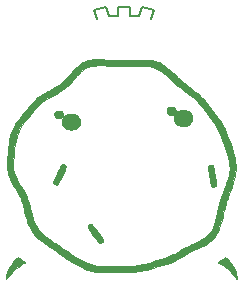
<source format=gbo>
G04 #@! TF.FileFunction,Legend,Bot*
%FSLAX46Y46*%
G04 Gerber Fmt 4.6, Leading zero omitted, Abs format (unit mm)*
G04 Created by KiCad (PCBNEW 4.0.6-e0-6349~53~ubuntu16.04.1) date Sun Nov  5 22:25:15 2017*
%MOMM*%
%LPD*%
G01*
G04 APERTURE LIST*
%ADD10C,0.100000*%
%ADD11C,0.200000*%
%ADD12C,0.010000*%
G04 APERTURE END LIST*
D10*
D11*
X48992244Y-33230852D02*
X49246243Y-32468853D01*
X49246243Y-32468853D02*
X48230243Y-32214852D01*
X48230243Y-32214852D02*
X47976244Y-32976852D01*
X47976244Y-32976852D02*
X47214243Y-32976853D01*
X47214243Y-32976853D02*
X47214244Y-32214852D01*
X47214244Y-32214852D02*
X46198243Y-32214852D01*
X46198243Y-32214852D02*
X46198243Y-32976852D01*
X46198243Y-32976852D02*
X45436243Y-32976853D01*
X45436243Y-32976853D02*
X45182244Y-32214852D01*
X45182244Y-32214852D02*
X44166243Y-32468852D01*
X44166243Y-32468852D02*
X44420244Y-33230852D01*
D12*
G36*
X55220691Y-53383275D02*
X55151093Y-53423627D01*
X55058461Y-53482071D01*
X54953406Y-53551396D01*
X54846540Y-53624393D01*
X54748475Y-53693853D01*
X54669822Y-53752568D01*
X54621193Y-53793328D01*
X54610691Y-53807052D01*
X54634285Y-53834179D01*
X54693908Y-53865320D01*
X54715833Y-53873628D01*
X54871602Y-53945283D01*
X55050544Y-54056741D01*
X55244378Y-54200935D01*
X55444822Y-54370802D01*
X55643595Y-54559274D01*
X55832417Y-54759286D01*
X56003006Y-54963774D01*
X56021111Y-54987298D01*
X56119297Y-55111652D01*
X56189978Y-55189740D01*
X56235868Y-55222974D01*
X56259675Y-55212762D01*
X56264113Y-55160517D01*
X56258800Y-55110944D01*
X56179430Y-54749466D01*
X56045114Y-54393951D01*
X55857306Y-54048083D01*
X55811945Y-53978128D01*
X55740320Y-53878368D01*
X55652981Y-53768120D01*
X55557987Y-53656235D01*
X55463400Y-53551566D01*
X55377280Y-53462968D01*
X55307686Y-53399291D01*
X55262680Y-53369391D01*
X55256642Y-53368222D01*
X55220691Y-53383275D01*
X55220691Y-53383275D01*
G37*
X55220691Y-53383275D02*
X55151093Y-53423627D01*
X55058461Y-53482071D01*
X54953406Y-53551396D01*
X54846540Y-53624393D01*
X54748475Y-53693853D01*
X54669822Y-53752568D01*
X54621193Y-53793328D01*
X54610691Y-53807052D01*
X54634285Y-53834179D01*
X54693908Y-53865320D01*
X54715833Y-53873628D01*
X54871602Y-53945283D01*
X55050544Y-54056741D01*
X55244378Y-54200935D01*
X55444822Y-54370802D01*
X55643595Y-54559274D01*
X55832417Y-54759286D01*
X56003006Y-54963774D01*
X56021111Y-54987298D01*
X56119297Y-55111652D01*
X56189978Y-55189740D01*
X56235868Y-55222974D01*
X56259675Y-55212762D01*
X56264113Y-55160517D01*
X56258800Y-55110944D01*
X56179430Y-54749466D01*
X56045114Y-54393951D01*
X55857306Y-54048083D01*
X55811945Y-53978128D01*
X55740320Y-53878368D01*
X55652981Y-53768120D01*
X55557987Y-53656235D01*
X55463400Y-53551566D01*
X55377280Y-53462968D01*
X55307686Y-53399291D01*
X55262680Y-53369391D01*
X55256642Y-53368222D01*
X55220691Y-53383275D01*
G36*
X37627850Y-53399579D02*
X37564106Y-53439620D01*
X37489947Y-53514545D01*
X37400126Y-53617880D01*
X37150795Y-53939557D01*
X36950094Y-54267517D01*
X36800091Y-54597582D01*
X36702852Y-54925575D01*
X36675301Y-55082722D01*
X36668537Y-55179024D01*
X36681705Y-55224774D01*
X36715943Y-55219881D01*
X36772391Y-55164256D01*
X36844111Y-55069341D01*
X36903763Y-54992441D01*
X36993183Y-54886993D01*
X37102296Y-54764432D01*
X37221031Y-54636195D01*
X37280620Y-54573769D01*
X37469817Y-54388348D01*
X37659882Y-54221684D01*
X37842971Y-54079671D01*
X38011240Y-53968207D01*
X38156843Y-53893188D01*
X38213171Y-53872803D01*
X38282813Y-53845217D01*
X38321936Y-53816661D01*
X38325086Y-53808255D01*
X38302505Y-53782111D01*
X38241160Y-53732216D01*
X38149842Y-53665228D01*
X38037339Y-53587807D01*
X38010709Y-53570095D01*
X37872608Y-53479680D01*
X37770499Y-53420517D01*
X37692780Y-53393514D01*
X37627850Y-53399579D01*
X37627850Y-53399579D01*
G37*
X37627850Y-53399579D02*
X37564106Y-53439620D01*
X37489947Y-53514545D01*
X37400126Y-53617880D01*
X37150795Y-53939557D01*
X36950094Y-54267517D01*
X36800091Y-54597582D01*
X36702852Y-54925575D01*
X36675301Y-55082722D01*
X36668537Y-55179024D01*
X36681705Y-55224774D01*
X36715943Y-55219881D01*
X36772391Y-55164256D01*
X36844111Y-55069341D01*
X36903763Y-54992441D01*
X36993183Y-54886993D01*
X37102296Y-54764432D01*
X37221031Y-54636195D01*
X37280620Y-54573769D01*
X37469817Y-54388348D01*
X37659882Y-54221684D01*
X37842971Y-54079671D01*
X38011240Y-53968207D01*
X38156843Y-53893188D01*
X38213171Y-53872803D01*
X38282813Y-53845217D01*
X38321936Y-53816661D01*
X38325086Y-53808255D01*
X38302505Y-53782111D01*
X38241160Y-53732216D01*
X38149842Y-53665228D01*
X38037339Y-53587807D01*
X38010709Y-53570095D01*
X37872608Y-53479680D01*
X37770499Y-53420517D01*
X37692780Y-53393514D01*
X37627850Y-53399579D01*
G36*
X44343201Y-36611518D02*
X44206228Y-36619044D01*
X44088677Y-36630361D01*
X43839813Y-36664993D01*
X43617373Y-36710028D01*
X43414876Y-36769508D01*
X43225839Y-36847477D01*
X43043782Y-36947978D01*
X42862221Y-37075055D01*
X42674677Y-37232751D01*
X42474665Y-37425110D01*
X42255706Y-37656174D01*
X42018512Y-37921763D01*
X41840468Y-38123306D01*
X41685044Y-38293209D01*
X41544131Y-38437734D01*
X41409621Y-38563147D01*
X41273406Y-38675713D01*
X41127377Y-38781697D01*
X40963426Y-38887362D01*
X40773445Y-38998974D01*
X40549326Y-39122797D01*
X40282960Y-39265096D01*
X40273111Y-39270309D01*
X39979516Y-39429695D01*
X39731023Y-39574399D01*
X39520099Y-39710121D01*
X39339207Y-39842560D01*
X39180814Y-39977412D01*
X39037384Y-40120378D01*
X38901383Y-40277154D01*
X38840655Y-40353656D01*
X38759234Y-40456837D01*
X38651631Y-40590515D01*
X38528108Y-40742085D01*
X38398926Y-40898943D01*
X38297369Y-41021000D01*
X38065518Y-41301365D01*
X37868688Y-41547260D01*
X37702855Y-41764980D01*
X37563999Y-41960817D01*
X37448096Y-42141065D01*
X37351125Y-42312018D01*
X37269062Y-42479968D01*
X37197885Y-42651209D01*
X37133572Y-42832034D01*
X37126901Y-42852299D01*
X37043347Y-43137155D01*
X36972827Y-43443194D01*
X36914311Y-43777305D01*
X36866764Y-44146374D01*
X36829155Y-44557292D01*
X36800450Y-45016947D01*
X36799479Y-45036301D01*
X36785402Y-45370460D01*
X36780637Y-45658138D01*
X36787608Y-45908873D01*
X36808743Y-46132207D01*
X36846464Y-46337679D01*
X36903198Y-46534831D01*
X36981370Y-46733202D01*
X37083405Y-46942333D01*
X37211729Y-47171765D01*
X37368765Y-47431037D01*
X37435285Y-47537480D01*
X37574995Y-47760583D01*
X37690218Y-47948485D01*
X37784934Y-48110673D01*
X37863119Y-48256634D01*
X37928750Y-48395855D01*
X37985805Y-48537823D01*
X38038261Y-48692024D01*
X38090095Y-48867946D01*
X38145285Y-49075075D01*
X38207808Y-49322898D01*
X38242577Y-49463072D01*
X38316163Y-49755012D01*
X38381322Y-50000291D01*
X38440916Y-50207552D01*
X38497807Y-50385436D01*
X38554859Y-50542587D01*
X38614935Y-50687648D01*
X38680896Y-50829259D01*
X38722809Y-50912889D01*
X38847469Y-51134755D01*
X38988095Y-51340959D01*
X39150460Y-51537164D01*
X39340335Y-51729033D01*
X39563493Y-51922228D01*
X39825705Y-52122413D01*
X40132744Y-52335250D01*
X40254069Y-52415216D01*
X40446555Y-52542222D01*
X40667370Y-52690487D01*
X40899118Y-52848172D01*
X41124409Y-53003434D01*
X41325847Y-53144435D01*
X41340624Y-53154895D01*
X41517557Y-53279565D01*
X41699132Y-53406263D01*
X41873772Y-53526999D01*
X42029899Y-53633784D01*
X42155936Y-53718628D01*
X42192222Y-53742595D01*
X42412997Y-53878700D01*
X42660096Y-54016446D01*
X42918578Y-54148462D01*
X43173505Y-54267380D01*
X43409938Y-54365828D01*
X43574514Y-54424507D01*
X43746896Y-54477318D01*
X43914788Y-54522668D01*
X44083463Y-54560907D01*
X44258193Y-54592387D01*
X44444253Y-54617461D01*
X44646915Y-54636480D01*
X44871451Y-54649796D01*
X45123135Y-54657759D01*
X45407240Y-54660723D01*
X45729039Y-54659039D01*
X46093804Y-54653057D01*
X46506809Y-54643131D01*
X46750111Y-54636302D01*
X47062626Y-54625247D01*
X47342180Y-54610336D01*
X47598123Y-54589896D01*
X47839802Y-54562254D01*
X48076567Y-54525738D01*
X48317766Y-54478672D01*
X48572747Y-54419385D01*
X48850860Y-54346203D01*
X49161452Y-54257453D01*
X49513873Y-54151462D01*
X49590742Y-54127880D01*
X49949466Y-54015879D01*
X50260152Y-53914824D01*
X50529510Y-53821912D01*
X50764247Y-53734343D01*
X50971072Y-53649314D01*
X51156692Y-53564024D01*
X51327817Y-53475671D01*
X51491153Y-53381454D01*
X51653409Y-53278572D01*
X51702193Y-53246060D01*
X51828820Y-53162481D01*
X51947238Y-53088666D01*
X52067155Y-53019498D01*
X52198280Y-52949864D01*
X52350320Y-52874648D01*
X52532985Y-52788734D01*
X52755983Y-52687009D01*
X52806669Y-52664139D01*
X53090351Y-52533947D01*
X53328355Y-52418855D01*
X53527972Y-52314455D01*
X53696489Y-52216341D01*
X53841197Y-52120107D01*
X53969384Y-52021344D01*
X54088341Y-51915648D01*
X54158444Y-51846940D01*
X54264954Y-51733296D01*
X54366755Y-51614305D01*
X54450799Y-51505774D01*
X54495939Y-51438031D01*
X54614607Y-51206544D01*
X54728762Y-50926052D01*
X54835730Y-50603963D01*
X54932838Y-50247685D01*
X54947837Y-50185669D01*
X55021446Y-49875556D01*
X55083909Y-49613006D01*
X55137432Y-49390740D01*
X55184221Y-49201478D01*
X55226479Y-49037940D01*
X55266412Y-48892848D01*
X55306226Y-48758921D01*
X55348126Y-48628880D01*
X55394316Y-48495446D01*
X55447002Y-48351338D01*
X55508389Y-48189278D01*
X55580682Y-48001985D01*
X55666086Y-47782181D01*
X55710699Y-47667333D01*
X55837370Y-47327835D01*
X55937777Y-47027361D01*
X56014299Y-46756297D01*
X56069311Y-46505028D01*
X56105191Y-46263939D01*
X56124316Y-46023417D01*
X56125835Y-45988111D01*
X56128230Y-45844516D01*
X55609426Y-45844516D01*
X55609415Y-45847000D01*
X55607458Y-46021486D01*
X55602184Y-46156665D01*
X55591514Y-46269657D01*
X55573370Y-46377588D01*
X55545675Y-46497577D01*
X55517296Y-46606119D01*
X55473466Y-46756212D01*
X55414688Y-46938668D01*
X55347627Y-47133710D01*
X55278953Y-47321561D01*
X55255660Y-47382230D01*
X55141207Y-47676546D01*
X55044917Y-47926596D01*
X54964183Y-48140600D01*
X54896398Y-48326776D01*
X54838956Y-48493343D01*
X54789251Y-48648521D01*
X54744675Y-48800528D01*
X54702623Y-48957584D01*
X54660488Y-49127907D01*
X54615663Y-49319716D01*
X54565542Y-49541231D01*
X54552463Y-49599604D01*
X54462008Y-49987322D01*
X54373641Y-50324451D01*
X54283292Y-50616511D01*
X54186887Y-50869019D01*
X54080356Y-51087495D01*
X53959626Y-51277457D01*
X53820626Y-51444425D01*
X53659284Y-51593916D01*
X53471527Y-51731449D01*
X53253285Y-51862543D01*
X53000486Y-51992717D01*
X52709057Y-52127490D01*
X52676777Y-52141811D01*
X52393308Y-52269189D01*
X52152791Y-52382109D01*
X51945260Y-52485751D01*
X51760751Y-52585298D01*
X51589297Y-52685931D01*
X51420933Y-52792831D01*
X51406777Y-52802154D01*
X51254974Y-52900150D01*
X51111671Y-52986955D01*
X50969947Y-53065450D01*
X50822881Y-53138517D01*
X50663552Y-53209038D01*
X50485041Y-53279895D01*
X50280426Y-53353970D01*
X50042787Y-53434146D01*
X49765203Y-53523303D01*
X49440753Y-53624324D01*
X49408826Y-53634155D01*
X49057618Y-53740811D01*
X48750422Y-53830303D01*
X48478030Y-53904266D01*
X48231232Y-53964336D01*
X48000820Y-54012150D01*
X47777584Y-54049341D01*
X47552315Y-54077546D01*
X47315805Y-54098400D01*
X47058843Y-54113539D01*
X46772221Y-54124599D01*
X46623111Y-54128893D01*
X46275910Y-54137765D01*
X45979059Y-54144534D01*
X45726506Y-54149204D01*
X45512194Y-54151777D01*
X45330071Y-54152256D01*
X45174081Y-54150645D01*
X45038170Y-54146946D01*
X44916284Y-54141162D01*
X44802369Y-54133297D01*
X44760444Y-54129809D01*
X44425533Y-54092138D01*
X44126465Y-54037973D01*
X43844261Y-53962126D01*
X43559945Y-53859409D01*
X43254538Y-53724634D01*
X43222333Y-53709301D01*
X43032721Y-53615223D01*
X42850404Y-53517187D01*
X42666216Y-53409503D01*
X42470991Y-53286481D01*
X42255565Y-53142432D01*
X42010771Y-52971665D01*
X41854532Y-52860154D01*
X41671789Y-52730859D01*
X41458232Y-52582945D01*
X41230771Y-52427928D01*
X41006320Y-52277323D01*
X40801789Y-52142648D01*
X40781760Y-52129642D01*
X40471966Y-51925314D01*
X40207185Y-51742236D01*
X39982324Y-51575667D01*
X39792291Y-51420865D01*
X39631995Y-51273091D01*
X39496342Y-51127604D01*
X39380242Y-50979662D01*
X39278601Y-50824526D01*
X39186327Y-50657453D01*
X39173744Y-50632597D01*
X39112301Y-50504846D01*
X39057110Y-50377197D01*
X39005358Y-50241006D01*
X38954233Y-50087625D01*
X38900924Y-49908411D01*
X38842617Y-49694716D01*
X38776500Y-49437894D01*
X38747412Y-49321854D01*
X38674753Y-49033007D01*
X38611119Y-48789862D01*
X38552658Y-48583164D01*
X38495519Y-48403660D01*
X38435848Y-48242093D01*
X38369794Y-48089212D01*
X38293503Y-47935760D01*
X38203125Y-47772485D01*
X38094806Y-47590131D01*
X37964694Y-47379444D01*
X37887593Y-47256333D01*
X37730229Y-47000858D01*
X37603264Y-46782709D01*
X37503209Y-46594071D01*
X37426577Y-46427132D01*
X37369877Y-46274078D01*
X37329621Y-46127096D01*
X37302320Y-45978372D01*
X37296062Y-45931666D01*
X37291227Y-45847957D01*
X37290593Y-45717769D01*
X37293690Y-45550876D01*
X37300046Y-45357049D01*
X37309190Y-45146061D01*
X37320652Y-44927685D01*
X37333960Y-44711693D01*
X37348643Y-44507857D01*
X37364231Y-44325950D01*
X37380251Y-44175745D01*
X37380989Y-44169769D01*
X37435925Y-43800188D01*
X37505053Y-43454405D01*
X37586258Y-43140663D01*
X37677428Y-42867209D01*
X37768496Y-42657889D01*
X37886339Y-42447192D01*
X38040269Y-42212788D01*
X38232917Y-41950924D01*
X38466914Y-41657843D01*
X38481844Y-41639766D01*
X38610675Y-41483240D01*
X38749546Y-41313159D01*
X38885230Y-41145810D01*
X39004498Y-40997480D01*
X39053210Y-40936333D01*
X39220273Y-40730383D01*
X39371441Y-40556611D01*
X39515937Y-40407560D01*
X39662982Y-40275776D01*
X39821800Y-40153802D01*
X40001613Y-40034183D01*
X40211643Y-39909462D01*
X40461113Y-39772185D01*
X40555333Y-39721974D01*
X40723925Y-39631725D01*
X40894711Y-39538676D01*
X41053644Y-39450592D01*
X41186675Y-39375241D01*
X41258470Y-39333267D01*
X41371373Y-39260616D01*
X41500998Y-39169065D01*
X41636684Y-39067064D01*
X41767768Y-38963064D01*
X41883586Y-38865516D01*
X41973476Y-38782872D01*
X42025543Y-38725310D01*
X42069772Y-38669743D01*
X42145037Y-38581149D01*
X42243894Y-38467795D01*
X42358898Y-38337947D01*
X42482604Y-38199871D01*
X42607567Y-38061835D01*
X42726342Y-37932105D01*
X42831485Y-37818947D01*
X42915549Y-37730629D01*
X42971007Y-37675495D01*
X43189715Y-37492724D01*
X43405634Y-37355607D01*
X43633340Y-37256088D01*
X43836004Y-37197610D01*
X44143481Y-37145150D01*
X44489875Y-37121925D01*
X44865519Y-37128433D01*
X45000333Y-37137682D01*
X45321287Y-37163344D01*
X45595651Y-37183889D01*
X45833028Y-37199507D01*
X46043022Y-37210394D01*
X46235235Y-37216741D01*
X46419272Y-37218741D01*
X46604735Y-37216589D01*
X46801229Y-37210477D01*
X47018357Y-37200597D01*
X47265722Y-37187144D01*
X47316260Y-37184238D01*
X47640903Y-37166760D01*
X47916703Y-37155105D01*
X48150981Y-37149461D01*
X48351057Y-37150015D01*
X48524252Y-37156955D01*
X48677886Y-37170467D01*
X48819278Y-37190738D01*
X48955749Y-37217956D01*
X48995441Y-37227173D01*
X49164974Y-37273503D01*
X49324750Y-37330945D01*
X49480887Y-37403612D01*
X49639502Y-37495615D01*
X49806715Y-37611065D01*
X49988643Y-37754074D01*
X50191404Y-37928755D01*
X50421116Y-38139217D01*
X50588333Y-38297684D01*
X50851459Y-38543097D01*
X51106688Y-38766643D01*
X51372767Y-38984141D01*
X51668442Y-39211412D01*
X51691628Y-39228765D01*
X52027175Y-39483320D01*
X52316949Y-39711494D01*
X52563747Y-39915654D01*
X52770368Y-40098171D01*
X52939611Y-40261413D01*
X53046091Y-40375321D01*
X53129377Y-40473367D01*
X53239561Y-40608901D01*
X53370382Y-40773733D01*
X53515580Y-40959673D01*
X53668894Y-41158531D01*
X53824063Y-41362118D01*
X53974827Y-41562242D01*
X54114924Y-41750716D01*
X54238094Y-41919347D01*
X54338076Y-42059948D01*
X54375662Y-42114585D01*
X54487682Y-42284779D01*
X54583731Y-42443163D01*
X54669096Y-42600821D01*
X54749067Y-42768836D01*
X54828930Y-42958289D01*
X54913976Y-43180264D01*
X55005545Y-43434648D01*
X55131026Y-43792317D01*
X55238152Y-44102734D01*
X55328330Y-44371519D01*
X55402968Y-44604293D01*
X55463471Y-44806676D01*
X55511248Y-44984289D01*
X55547704Y-45142751D01*
X55574248Y-45287683D01*
X55592285Y-45424705D01*
X55603222Y-45559437D01*
X55608467Y-45697501D01*
X55609426Y-45844516D01*
X56128230Y-45844516D01*
X56129127Y-45790750D01*
X56122731Y-45594199D01*
X56105415Y-45393512D01*
X56075947Y-45183746D01*
X56033096Y-44959956D01*
X55975630Y-44717198D01*
X55902316Y-44450528D01*
X55811923Y-44155002D01*
X55703219Y-43825675D01*
X55574972Y-43457603D01*
X55425950Y-43045843D01*
X55324197Y-42770777D01*
X55236535Y-42556026D01*
X55131450Y-42338659D01*
X55004877Y-42112055D01*
X54852748Y-41869591D01*
X54670995Y-41604645D01*
X54455552Y-41310595D01*
X54310224Y-41119777D01*
X54186728Y-40959373D01*
X54057226Y-40790905D01*
X53932496Y-40628408D01*
X53823310Y-40485917D01*
X53757494Y-40399821D01*
X53593469Y-40196150D01*
X53412538Y-39994168D01*
X53209714Y-39789357D01*
X52980012Y-39577202D01*
X52718444Y-39353185D01*
X52420024Y-39112790D01*
X52079765Y-38851501D01*
X51898622Y-38716228D01*
X51655756Y-38527615D01*
X51399350Y-38313218D01*
X51151023Y-38091411D01*
X51037360Y-37984161D01*
X50768424Y-37728810D01*
X50530761Y-37512254D01*
X50318703Y-37330615D01*
X50126579Y-37180015D01*
X49948720Y-37056573D01*
X49779456Y-36956412D01*
X49613117Y-36875652D01*
X49444034Y-36810414D01*
X49266536Y-36756820D01*
X49229056Y-36747037D01*
X49070152Y-36709687D01*
X48913043Y-36680171D01*
X48750706Y-36658257D01*
X48576117Y-36643709D01*
X48382253Y-36636295D01*
X48162090Y-36635781D01*
X47908605Y-36641933D01*
X47614775Y-36654517D01*
X47273574Y-36673300D01*
X47180815Y-36678890D01*
X46942848Y-36693106D01*
X46749152Y-36703466D01*
X46587686Y-36709958D01*
X46446407Y-36712568D01*
X46313274Y-36711282D01*
X46176243Y-36706088D01*
X46023273Y-36696971D01*
X45842323Y-36683918D01*
X45755592Y-36677298D01*
X45417587Y-36652219D01*
X45129239Y-36633029D01*
X44884086Y-36619545D01*
X44675670Y-36611587D01*
X44497528Y-36608972D01*
X44343201Y-36611518D01*
X44343201Y-36611518D01*
G37*
X44343201Y-36611518D02*
X44206228Y-36619044D01*
X44088677Y-36630361D01*
X43839813Y-36664993D01*
X43617373Y-36710028D01*
X43414876Y-36769508D01*
X43225839Y-36847477D01*
X43043782Y-36947978D01*
X42862221Y-37075055D01*
X42674677Y-37232751D01*
X42474665Y-37425110D01*
X42255706Y-37656174D01*
X42018512Y-37921763D01*
X41840468Y-38123306D01*
X41685044Y-38293209D01*
X41544131Y-38437734D01*
X41409621Y-38563147D01*
X41273406Y-38675713D01*
X41127377Y-38781697D01*
X40963426Y-38887362D01*
X40773445Y-38998974D01*
X40549326Y-39122797D01*
X40282960Y-39265096D01*
X40273111Y-39270309D01*
X39979516Y-39429695D01*
X39731023Y-39574399D01*
X39520099Y-39710121D01*
X39339207Y-39842560D01*
X39180814Y-39977412D01*
X39037384Y-40120378D01*
X38901383Y-40277154D01*
X38840655Y-40353656D01*
X38759234Y-40456837D01*
X38651631Y-40590515D01*
X38528108Y-40742085D01*
X38398926Y-40898943D01*
X38297369Y-41021000D01*
X38065518Y-41301365D01*
X37868688Y-41547260D01*
X37702855Y-41764980D01*
X37563999Y-41960817D01*
X37448096Y-42141065D01*
X37351125Y-42312018D01*
X37269062Y-42479968D01*
X37197885Y-42651209D01*
X37133572Y-42832034D01*
X37126901Y-42852299D01*
X37043347Y-43137155D01*
X36972827Y-43443194D01*
X36914311Y-43777305D01*
X36866764Y-44146374D01*
X36829155Y-44557292D01*
X36800450Y-45016947D01*
X36799479Y-45036301D01*
X36785402Y-45370460D01*
X36780637Y-45658138D01*
X36787608Y-45908873D01*
X36808743Y-46132207D01*
X36846464Y-46337679D01*
X36903198Y-46534831D01*
X36981370Y-46733202D01*
X37083405Y-46942333D01*
X37211729Y-47171765D01*
X37368765Y-47431037D01*
X37435285Y-47537480D01*
X37574995Y-47760583D01*
X37690218Y-47948485D01*
X37784934Y-48110673D01*
X37863119Y-48256634D01*
X37928750Y-48395855D01*
X37985805Y-48537823D01*
X38038261Y-48692024D01*
X38090095Y-48867946D01*
X38145285Y-49075075D01*
X38207808Y-49322898D01*
X38242577Y-49463072D01*
X38316163Y-49755012D01*
X38381322Y-50000291D01*
X38440916Y-50207552D01*
X38497807Y-50385436D01*
X38554859Y-50542587D01*
X38614935Y-50687648D01*
X38680896Y-50829259D01*
X38722809Y-50912889D01*
X38847469Y-51134755D01*
X38988095Y-51340959D01*
X39150460Y-51537164D01*
X39340335Y-51729033D01*
X39563493Y-51922228D01*
X39825705Y-52122413D01*
X40132744Y-52335250D01*
X40254069Y-52415216D01*
X40446555Y-52542222D01*
X40667370Y-52690487D01*
X40899118Y-52848172D01*
X41124409Y-53003434D01*
X41325847Y-53144435D01*
X41340624Y-53154895D01*
X41517557Y-53279565D01*
X41699132Y-53406263D01*
X41873772Y-53526999D01*
X42029899Y-53633784D01*
X42155936Y-53718628D01*
X42192222Y-53742595D01*
X42412997Y-53878700D01*
X42660096Y-54016446D01*
X42918578Y-54148462D01*
X43173505Y-54267380D01*
X43409938Y-54365828D01*
X43574514Y-54424507D01*
X43746896Y-54477318D01*
X43914788Y-54522668D01*
X44083463Y-54560907D01*
X44258193Y-54592387D01*
X44444253Y-54617461D01*
X44646915Y-54636480D01*
X44871451Y-54649796D01*
X45123135Y-54657759D01*
X45407240Y-54660723D01*
X45729039Y-54659039D01*
X46093804Y-54653057D01*
X46506809Y-54643131D01*
X46750111Y-54636302D01*
X47062626Y-54625247D01*
X47342180Y-54610336D01*
X47598123Y-54589896D01*
X47839802Y-54562254D01*
X48076567Y-54525738D01*
X48317766Y-54478672D01*
X48572747Y-54419385D01*
X48850860Y-54346203D01*
X49161452Y-54257453D01*
X49513873Y-54151462D01*
X49590742Y-54127880D01*
X49949466Y-54015879D01*
X50260152Y-53914824D01*
X50529510Y-53821912D01*
X50764247Y-53734343D01*
X50971072Y-53649314D01*
X51156692Y-53564024D01*
X51327817Y-53475671D01*
X51491153Y-53381454D01*
X51653409Y-53278572D01*
X51702193Y-53246060D01*
X51828820Y-53162481D01*
X51947238Y-53088666D01*
X52067155Y-53019498D01*
X52198280Y-52949864D01*
X52350320Y-52874648D01*
X52532985Y-52788734D01*
X52755983Y-52687009D01*
X52806669Y-52664139D01*
X53090351Y-52533947D01*
X53328355Y-52418855D01*
X53527972Y-52314455D01*
X53696489Y-52216341D01*
X53841197Y-52120107D01*
X53969384Y-52021344D01*
X54088341Y-51915648D01*
X54158444Y-51846940D01*
X54264954Y-51733296D01*
X54366755Y-51614305D01*
X54450799Y-51505774D01*
X54495939Y-51438031D01*
X54614607Y-51206544D01*
X54728762Y-50926052D01*
X54835730Y-50603963D01*
X54932838Y-50247685D01*
X54947837Y-50185669D01*
X55021446Y-49875556D01*
X55083909Y-49613006D01*
X55137432Y-49390740D01*
X55184221Y-49201478D01*
X55226479Y-49037940D01*
X55266412Y-48892848D01*
X55306226Y-48758921D01*
X55348126Y-48628880D01*
X55394316Y-48495446D01*
X55447002Y-48351338D01*
X55508389Y-48189278D01*
X55580682Y-48001985D01*
X55666086Y-47782181D01*
X55710699Y-47667333D01*
X55837370Y-47327835D01*
X55937777Y-47027361D01*
X56014299Y-46756297D01*
X56069311Y-46505028D01*
X56105191Y-46263939D01*
X56124316Y-46023417D01*
X56125835Y-45988111D01*
X56128230Y-45844516D01*
X55609426Y-45844516D01*
X55609415Y-45847000D01*
X55607458Y-46021486D01*
X55602184Y-46156665D01*
X55591514Y-46269657D01*
X55573370Y-46377588D01*
X55545675Y-46497577D01*
X55517296Y-46606119D01*
X55473466Y-46756212D01*
X55414688Y-46938668D01*
X55347627Y-47133710D01*
X55278953Y-47321561D01*
X55255660Y-47382230D01*
X55141207Y-47676546D01*
X55044917Y-47926596D01*
X54964183Y-48140600D01*
X54896398Y-48326776D01*
X54838956Y-48493343D01*
X54789251Y-48648521D01*
X54744675Y-48800528D01*
X54702623Y-48957584D01*
X54660488Y-49127907D01*
X54615663Y-49319716D01*
X54565542Y-49541231D01*
X54552463Y-49599604D01*
X54462008Y-49987322D01*
X54373641Y-50324451D01*
X54283292Y-50616511D01*
X54186887Y-50869019D01*
X54080356Y-51087495D01*
X53959626Y-51277457D01*
X53820626Y-51444425D01*
X53659284Y-51593916D01*
X53471527Y-51731449D01*
X53253285Y-51862543D01*
X53000486Y-51992717D01*
X52709057Y-52127490D01*
X52676777Y-52141811D01*
X52393308Y-52269189D01*
X52152791Y-52382109D01*
X51945260Y-52485751D01*
X51760751Y-52585298D01*
X51589297Y-52685931D01*
X51420933Y-52792831D01*
X51406777Y-52802154D01*
X51254974Y-52900150D01*
X51111671Y-52986955D01*
X50969947Y-53065450D01*
X50822881Y-53138517D01*
X50663552Y-53209038D01*
X50485041Y-53279895D01*
X50280426Y-53353970D01*
X50042787Y-53434146D01*
X49765203Y-53523303D01*
X49440753Y-53624324D01*
X49408826Y-53634155D01*
X49057618Y-53740811D01*
X48750422Y-53830303D01*
X48478030Y-53904266D01*
X48231232Y-53964336D01*
X48000820Y-54012150D01*
X47777584Y-54049341D01*
X47552315Y-54077546D01*
X47315805Y-54098400D01*
X47058843Y-54113539D01*
X46772221Y-54124599D01*
X46623111Y-54128893D01*
X46275910Y-54137765D01*
X45979059Y-54144534D01*
X45726506Y-54149204D01*
X45512194Y-54151777D01*
X45330071Y-54152256D01*
X45174081Y-54150645D01*
X45038170Y-54146946D01*
X44916284Y-54141162D01*
X44802369Y-54133297D01*
X44760444Y-54129809D01*
X44425533Y-54092138D01*
X44126465Y-54037973D01*
X43844261Y-53962126D01*
X43559945Y-53859409D01*
X43254538Y-53724634D01*
X43222333Y-53709301D01*
X43032721Y-53615223D01*
X42850404Y-53517187D01*
X42666216Y-53409503D01*
X42470991Y-53286481D01*
X42255565Y-53142432D01*
X42010771Y-52971665D01*
X41854532Y-52860154D01*
X41671789Y-52730859D01*
X41458232Y-52582945D01*
X41230771Y-52427928D01*
X41006320Y-52277323D01*
X40801789Y-52142648D01*
X40781760Y-52129642D01*
X40471966Y-51925314D01*
X40207185Y-51742236D01*
X39982324Y-51575667D01*
X39792291Y-51420865D01*
X39631995Y-51273091D01*
X39496342Y-51127604D01*
X39380242Y-50979662D01*
X39278601Y-50824526D01*
X39186327Y-50657453D01*
X39173744Y-50632597D01*
X39112301Y-50504846D01*
X39057110Y-50377197D01*
X39005358Y-50241006D01*
X38954233Y-50087625D01*
X38900924Y-49908411D01*
X38842617Y-49694716D01*
X38776500Y-49437894D01*
X38747412Y-49321854D01*
X38674753Y-49033007D01*
X38611119Y-48789862D01*
X38552658Y-48583164D01*
X38495519Y-48403660D01*
X38435848Y-48242093D01*
X38369794Y-48089212D01*
X38293503Y-47935760D01*
X38203125Y-47772485D01*
X38094806Y-47590131D01*
X37964694Y-47379444D01*
X37887593Y-47256333D01*
X37730229Y-47000858D01*
X37603264Y-46782709D01*
X37503209Y-46594071D01*
X37426577Y-46427132D01*
X37369877Y-46274078D01*
X37329621Y-46127096D01*
X37302320Y-45978372D01*
X37296062Y-45931666D01*
X37291227Y-45847957D01*
X37290593Y-45717769D01*
X37293690Y-45550876D01*
X37300046Y-45357049D01*
X37309190Y-45146061D01*
X37320652Y-44927685D01*
X37333960Y-44711693D01*
X37348643Y-44507857D01*
X37364231Y-44325950D01*
X37380251Y-44175745D01*
X37380989Y-44169769D01*
X37435925Y-43800188D01*
X37505053Y-43454405D01*
X37586258Y-43140663D01*
X37677428Y-42867209D01*
X37768496Y-42657889D01*
X37886339Y-42447192D01*
X38040269Y-42212788D01*
X38232917Y-41950924D01*
X38466914Y-41657843D01*
X38481844Y-41639766D01*
X38610675Y-41483240D01*
X38749546Y-41313159D01*
X38885230Y-41145810D01*
X39004498Y-40997480D01*
X39053210Y-40936333D01*
X39220273Y-40730383D01*
X39371441Y-40556611D01*
X39515937Y-40407560D01*
X39662982Y-40275776D01*
X39821800Y-40153802D01*
X40001613Y-40034183D01*
X40211643Y-39909462D01*
X40461113Y-39772185D01*
X40555333Y-39721974D01*
X40723925Y-39631725D01*
X40894711Y-39538676D01*
X41053644Y-39450592D01*
X41186675Y-39375241D01*
X41258470Y-39333267D01*
X41371373Y-39260616D01*
X41500998Y-39169065D01*
X41636684Y-39067064D01*
X41767768Y-38963064D01*
X41883586Y-38865516D01*
X41973476Y-38782872D01*
X42025543Y-38725310D01*
X42069772Y-38669743D01*
X42145037Y-38581149D01*
X42243894Y-38467795D01*
X42358898Y-38337947D01*
X42482604Y-38199871D01*
X42607567Y-38061835D01*
X42726342Y-37932105D01*
X42831485Y-37818947D01*
X42915549Y-37730629D01*
X42971007Y-37675495D01*
X43189715Y-37492724D01*
X43405634Y-37355607D01*
X43633340Y-37256088D01*
X43836004Y-37197610D01*
X44143481Y-37145150D01*
X44489875Y-37121925D01*
X44865519Y-37128433D01*
X45000333Y-37137682D01*
X45321287Y-37163344D01*
X45595651Y-37183889D01*
X45833028Y-37199507D01*
X46043022Y-37210394D01*
X46235235Y-37216741D01*
X46419272Y-37218741D01*
X46604735Y-37216589D01*
X46801229Y-37210477D01*
X47018357Y-37200597D01*
X47265722Y-37187144D01*
X47316260Y-37184238D01*
X47640903Y-37166760D01*
X47916703Y-37155105D01*
X48150981Y-37149461D01*
X48351057Y-37150015D01*
X48524252Y-37156955D01*
X48677886Y-37170467D01*
X48819278Y-37190738D01*
X48955749Y-37217956D01*
X48995441Y-37227173D01*
X49164974Y-37273503D01*
X49324750Y-37330945D01*
X49480887Y-37403612D01*
X49639502Y-37495615D01*
X49806715Y-37611065D01*
X49988643Y-37754074D01*
X50191404Y-37928755D01*
X50421116Y-38139217D01*
X50588333Y-38297684D01*
X50851459Y-38543097D01*
X51106688Y-38766643D01*
X51372767Y-38984141D01*
X51668442Y-39211412D01*
X51691628Y-39228765D01*
X52027175Y-39483320D01*
X52316949Y-39711494D01*
X52563747Y-39915654D01*
X52770368Y-40098171D01*
X52939611Y-40261413D01*
X53046091Y-40375321D01*
X53129377Y-40473367D01*
X53239561Y-40608901D01*
X53370382Y-40773733D01*
X53515580Y-40959673D01*
X53668894Y-41158531D01*
X53824063Y-41362118D01*
X53974827Y-41562242D01*
X54114924Y-41750716D01*
X54238094Y-41919347D01*
X54338076Y-42059948D01*
X54375662Y-42114585D01*
X54487682Y-42284779D01*
X54583731Y-42443163D01*
X54669096Y-42600821D01*
X54749067Y-42768836D01*
X54828930Y-42958289D01*
X54913976Y-43180264D01*
X55005545Y-43434648D01*
X55131026Y-43792317D01*
X55238152Y-44102734D01*
X55328330Y-44371519D01*
X55402968Y-44604293D01*
X55463471Y-44806676D01*
X55511248Y-44984289D01*
X55547704Y-45142751D01*
X55574248Y-45287683D01*
X55592285Y-45424705D01*
X55603222Y-45559437D01*
X55608467Y-45697501D01*
X55609426Y-45844516D01*
X56128230Y-45844516D01*
X56129127Y-45790750D01*
X56122731Y-45594199D01*
X56105415Y-45393512D01*
X56075947Y-45183746D01*
X56033096Y-44959956D01*
X55975630Y-44717198D01*
X55902316Y-44450528D01*
X55811923Y-44155002D01*
X55703219Y-43825675D01*
X55574972Y-43457603D01*
X55425950Y-43045843D01*
X55324197Y-42770777D01*
X55236535Y-42556026D01*
X55131450Y-42338659D01*
X55004877Y-42112055D01*
X54852748Y-41869591D01*
X54670995Y-41604645D01*
X54455552Y-41310595D01*
X54310224Y-41119777D01*
X54186728Y-40959373D01*
X54057226Y-40790905D01*
X53932496Y-40628408D01*
X53823310Y-40485917D01*
X53757494Y-40399821D01*
X53593469Y-40196150D01*
X53412538Y-39994168D01*
X53209714Y-39789357D01*
X52980012Y-39577202D01*
X52718444Y-39353185D01*
X52420024Y-39112790D01*
X52079765Y-38851501D01*
X51898622Y-38716228D01*
X51655756Y-38527615D01*
X51399350Y-38313218D01*
X51151023Y-38091411D01*
X51037360Y-37984161D01*
X50768424Y-37728810D01*
X50530761Y-37512254D01*
X50318703Y-37330615D01*
X50126579Y-37180015D01*
X49948720Y-37056573D01*
X49779456Y-36956412D01*
X49613117Y-36875652D01*
X49444034Y-36810414D01*
X49266536Y-36756820D01*
X49229056Y-36747037D01*
X49070152Y-36709687D01*
X48913043Y-36680171D01*
X48750706Y-36658257D01*
X48576117Y-36643709D01*
X48382253Y-36636295D01*
X48162090Y-36635781D01*
X47908605Y-36641933D01*
X47614775Y-36654517D01*
X47273574Y-36673300D01*
X47180815Y-36678890D01*
X46942848Y-36693106D01*
X46749152Y-36703466D01*
X46587686Y-36709958D01*
X46446407Y-36712568D01*
X46313274Y-36711282D01*
X46176243Y-36706088D01*
X46023273Y-36696971D01*
X45842323Y-36683918D01*
X45755592Y-36677298D01*
X45417587Y-36652219D01*
X45129239Y-36633029D01*
X44884086Y-36619545D01*
X44675670Y-36611587D01*
X44497528Y-36608972D01*
X44343201Y-36611518D01*
G36*
X43726633Y-50581676D02*
X43651101Y-50640275D01*
X43602374Y-50721834D01*
X43591393Y-50815426D01*
X43610922Y-50880071D01*
X43639041Y-50925080D01*
X43695186Y-51006068D01*
X43773741Y-51115548D01*
X43869089Y-51246034D01*
X43975613Y-51390037D01*
X44087696Y-51540072D01*
X44199723Y-51688649D01*
X44306075Y-51828282D01*
X44401137Y-51951484D01*
X44479291Y-52050767D01*
X44534921Y-52118644D01*
X44561113Y-52146713D01*
X44646727Y-52180767D01*
X44745838Y-52172386D01*
X44837991Y-52124227D01*
X44855373Y-52108484D01*
X44917432Y-52013211D01*
X44924070Y-51909041D01*
X44897279Y-51836232D01*
X44871895Y-51797639D01*
X44817466Y-51720803D01*
X44738955Y-51612527D01*
X44641327Y-51479616D01*
X44529544Y-51328876D01*
X44430274Y-51196032D01*
X44283175Y-51002687D01*
X44155730Y-50840954D01*
X44050889Y-50714372D01*
X43971600Y-50626478D01*
X43920813Y-50580810D01*
X43914349Y-50577062D01*
X43818030Y-50556963D01*
X43726633Y-50581676D01*
X43726633Y-50581676D01*
G37*
X43726633Y-50581676D02*
X43651101Y-50640275D01*
X43602374Y-50721834D01*
X43591393Y-50815426D01*
X43610922Y-50880071D01*
X43639041Y-50925080D01*
X43695186Y-51006068D01*
X43773741Y-51115548D01*
X43869089Y-51246034D01*
X43975613Y-51390037D01*
X44087696Y-51540072D01*
X44199723Y-51688649D01*
X44306075Y-51828282D01*
X44401137Y-51951484D01*
X44479291Y-52050767D01*
X44534921Y-52118644D01*
X44561113Y-52146713D01*
X44646727Y-52180767D01*
X44745838Y-52172386D01*
X44837991Y-52124227D01*
X44855373Y-52108484D01*
X44917432Y-52013211D01*
X44924070Y-51909041D01*
X44897279Y-51836232D01*
X44871895Y-51797639D01*
X44817466Y-51720803D01*
X44738955Y-51612527D01*
X44641327Y-51479616D01*
X44529544Y-51328876D01*
X44430274Y-51196032D01*
X44283175Y-51002687D01*
X44155730Y-50840954D01*
X44050889Y-50714372D01*
X43971600Y-50626478D01*
X43920813Y-50580810D01*
X43914349Y-50577062D01*
X43818030Y-50556963D01*
X43726633Y-50581676D01*
G36*
X53902266Y-45567287D02*
X53828041Y-45636142D01*
X53817999Y-45652767D01*
X53807657Y-45679972D01*
X53802183Y-45718924D01*
X53802173Y-45776132D01*
X53808221Y-45858109D01*
X53820921Y-45971367D01*
X53840867Y-46122417D01*
X53868655Y-46317771D01*
X53895242Y-46498923D01*
X53930029Y-46731462D01*
X53958579Y-46914662D01*
X53982293Y-47055108D01*
X54002572Y-47159388D01*
X54020818Y-47234086D01*
X54038431Y-47285789D01*
X54056813Y-47321083D01*
X54075046Y-47344128D01*
X54162762Y-47401022D01*
X54265180Y-47414314D01*
X54362780Y-47383777D01*
X54407525Y-47348014D01*
X54432270Y-47317646D01*
X54450194Y-47282020D01*
X54461035Y-47234716D01*
X54464531Y-47169316D01*
X54460421Y-47079398D01*
X54448443Y-46958543D01*
X54428337Y-46800333D01*
X54399841Y-46598347D01*
X54368263Y-46383643D01*
X54332864Y-46150661D01*
X54302442Y-45967200D01*
X54274898Y-45826784D01*
X54248136Y-45722934D01*
X54220056Y-45649173D01*
X54188561Y-45599023D01*
X54151552Y-45566007D01*
X54106931Y-45543647D01*
X54094704Y-45539092D01*
X53998584Y-45531885D01*
X53902266Y-45567287D01*
X53902266Y-45567287D01*
G37*
X53902266Y-45567287D02*
X53828041Y-45636142D01*
X53817999Y-45652767D01*
X53807657Y-45679972D01*
X53802183Y-45718924D01*
X53802173Y-45776132D01*
X53808221Y-45858109D01*
X53820921Y-45971367D01*
X53840867Y-46122417D01*
X53868655Y-46317771D01*
X53895242Y-46498923D01*
X53930029Y-46731462D01*
X53958579Y-46914662D01*
X53982293Y-47055108D01*
X54002572Y-47159388D01*
X54020818Y-47234086D01*
X54038431Y-47285789D01*
X54056813Y-47321083D01*
X54075046Y-47344128D01*
X54162762Y-47401022D01*
X54265180Y-47414314D01*
X54362780Y-47383777D01*
X54407525Y-47348014D01*
X54432270Y-47317646D01*
X54450194Y-47282020D01*
X54461035Y-47234716D01*
X54464531Y-47169316D01*
X54460421Y-47079398D01*
X54448443Y-46958543D01*
X54428337Y-46800333D01*
X54399841Y-46598347D01*
X54368263Y-46383643D01*
X54332864Y-46150661D01*
X54302442Y-45967200D01*
X54274898Y-45826784D01*
X54248136Y-45722934D01*
X54220056Y-45649173D01*
X54188561Y-45599023D01*
X54151552Y-45566007D01*
X54106931Y-45543647D01*
X54094704Y-45539092D01*
X53998584Y-45531885D01*
X53902266Y-45567287D01*
G36*
X41466137Y-45476328D02*
X41398014Y-45512491D01*
X41334374Y-45582254D01*
X41267347Y-45693382D01*
X41219499Y-45788839D01*
X41083924Y-46071942D01*
X40970954Y-46308681D01*
X40878842Y-46503610D01*
X40805843Y-46661288D01*
X40750213Y-46786271D01*
X40710204Y-46883115D01*
X40684073Y-46956378D01*
X40670073Y-47010616D01*
X40666458Y-47050386D01*
X40671484Y-47080244D01*
X40683405Y-47104748D01*
X40700476Y-47128454D01*
X40704397Y-47133556D01*
X40792319Y-47210228D01*
X40893915Y-47238849D01*
X40996205Y-47217240D01*
X41039937Y-47189817D01*
X41070315Y-47150136D01*
X41119748Y-47067321D01*
X41184172Y-46949703D01*
X41259527Y-46805612D01*
X41341752Y-46643380D01*
X41426784Y-46471337D01*
X41510562Y-46297813D01*
X41589026Y-46131140D01*
X41658114Y-45979647D01*
X41713763Y-45851666D01*
X41751914Y-45755527D01*
X41768504Y-45699561D01*
X41768888Y-45694602D01*
X41746856Y-45628690D01*
X41692464Y-45556713D01*
X41623272Y-45496730D01*
X41556842Y-45466801D01*
X41546610Y-45466000D01*
X41466137Y-45476328D01*
X41466137Y-45476328D01*
G37*
X41466137Y-45476328D02*
X41398014Y-45512491D01*
X41334374Y-45582254D01*
X41267347Y-45693382D01*
X41219499Y-45788839D01*
X41083924Y-46071942D01*
X40970954Y-46308681D01*
X40878842Y-46503610D01*
X40805843Y-46661288D01*
X40750213Y-46786271D01*
X40710204Y-46883115D01*
X40684073Y-46956378D01*
X40670073Y-47010616D01*
X40666458Y-47050386D01*
X40671484Y-47080244D01*
X40683405Y-47104748D01*
X40700476Y-47128454D01*
X40704397Y-47133556D01*
X40792319Y-47210228D01*
X40893915Y-47238849D01*
X40996205Y-47217240D01*
X41039937Y-47189817D01*
X41070315Y-47150136D01*
X41119748Y-47067321D01*
X41184172Y-46949703D01*
X41259527Y-46805612D01*
X41341752Y-46643380D01*
X41426784Y-46471337D01*
X41510562Y-46297813D01*
X41589026Y-46131140D01*
X41658114Y-45979647D01*
X41713763Y-45851666D01*
X41751914Y-45755527D01*
X41768504Y-45699561D01*
X41768888Y-45694602D01*
X41746856Y-45628690D01*
X41692464Y-45556713D01*
X41623272Y-45496730D01*
X41556842Y-45466801D01*
X41546610Y-45466000D01*
X41466137Y-45476328D01*
G36*
X42032883Y-41248362D02*
X41929730Y-41254503D01*
X41854334Y-41267277D01*
X41792381Y-41288762D01*
X41752105Y-41308615D01*
X41599032Y-41419548D01*
X41487951Y-41560266D01*
X41420258Y-41721338D01*
X41397350Y-41893335D01*
X41420621Y-42066826D01*
X41491469Y-42232379D01*
X41595687Y-42365424D01*
X41690060Y-42448411D01*
X41786790Y-42504688D01*
X41899843Y-42538779D01*
X42043187Y-42555209D01*
X42192222Y-42558678D01*
X42330345Y-42554924D01*
X42433681Y-42541326D01*
X42523555Y-42514140D01*
X42576976Y-42491107D01*
X42715152Y-42398361D01*
X42826658Y-42268098D01*
X42905139Y-42113599D01*
X42944241Y-41948145D01*
X42937612Y-41785017D01*
X42930038Y-41753108D01*
X42867372Y-41600675D01*
X42772129Y-41459483D01*
X42658087Y-41348329D01*
X42609746Y-41316175D01*
X42549625Y-41284980D01*
X42490469Y-41264761D01*
X42417856Y-41253201D01*
X42317366Y-41247979D01*
X42178111Y-41246777D01*
X42032883Y-41248362D01*
X42032883Y-41248362D01*
G37*
X42032883Y-41248362D02*
X41929730Y-41254503D01*
X41854334Y-41267277D01*
X41792381Y-41288762D01*
X41752105Y-41308615D01*
X41599032Y-41419548D01*
X41487951Y-41560266D01*
X41420258Y-41721338D01*
X41397350Y-41893335D01*
X41420621Y-42066826D01*
X41491469Y-42232379D01*
X41595687Y-42365424D01*
X41690060Y-42448411D01*
X41786790Y-42504688D01*
X41899843Y-42538779D01*
X42043187Y-42555209D01*
X42192222Y-42558678D01*
X42330345Y-42554924D01*
X42433681Y-42541326D01*
X42523555Y-42514140D01*
X42576976Y-42491107D01*
X42715152Y-42398361D01*
X42826658Y-42268098D01*
X42905139Y-42113599D01*
X42944241Y-41948145D01*
X42937612Y-41785017D01*
X42930038Y-41753108D01*
X42867372Y-41600675D01*
X42772129Y-41459483D01*
X42658087Y-41348329D01*
X42609746Y-41316175D01*
X42549625Y-41284980D01*
X42490469Y-41264761D01*
X42417856Y-41253201D01*
X42317366Y-41247979D01*
X42178111Y-41246777D01*
X42032883Y-41248362D01*
G36*
X51544092Y-40937889D02*
X51441187Y-40943964D01*
X51365897Y-40956665D01*
X51303832Y-40978103D01*
X51261341Y-40999014D01*
X51111392Y-41108450D01*
X51002226Y-41248563D01*
X50935279Y-41409558D01*
X50911984Y-41581642D01*
X50933778Y-41755023D01*
X51002096Y-41919906D01*
X51106575Y-42054979D01*
X51217634Y-42148892D01*
X51324636Y-42208493D01*
X51350333Y-42217100D01*
X51450509Y-42234196D01*
X51584660Y-42243169D01*
X51733068Y-42244178D01*
X51876018Y-42237381D01*
X51993793Y-42222937D01*
X52041488Y-42211540D01*
X52158324Y-42149923D01*
X52270351Y-42048512D01*
X52363162Y-41923138D01*
X52420908Y-41794600D01*
X52453991Y-41659697D01*
X52460764Y-41551245D01*
X52441429Y-41445861D01*
X52424360Y-41393476D01*
X52340705Y-41223950D01*
X52225424Y-41084557D01*
X52119001Y-41004812D01*
X52059366Y-40973990D01*
X52000111Y-40954021D01*
X51926866Y-40942614D01*
X51825260Y-40937481D01*
X51689000Y-40936333D01*
X51544092Y-40937889D01*
X51544092Y-40937889D01*
G37*
X51544092Y-40937889D02*
X51441187Y-40943964D01*
X51365897Y-40956665D01*
X51303832Y-40978103D01*
X51261341Y-40999014D01*
X51111392Y-41108450D01*
X51002226Y-41248563D01*
X50935279Y-41409558D01*
X50911984Y-41581642D01*
X50933778Y-41755023D01*
X51002096Y-41919906D01*
X51106575Y-42054979D01*
X51217634Y-42148892D01*
X51324636Y-42208493D01*
X51350333Y-42217100D01*
X51450509Y-42234196D01*
X51584660Y-42243169D01*
X51733068Y-42244178D01*
X51876018Y-42237381D01*
X51993793Y-42222937D01*
X52041488Y-42211540D01*
X52158324Y-42149923D01*
X52270351Y-42048512D01*
X52363162Y-41923138D01*
X52420908Y-41794600D01*
X52453991Y-41659697D01*
X52460764Y-41551245D01*
X52441429Y-41445861D01*
X52424360Y-41393476D01*
X52340705Y-41223950D01*
X52225424Y-41084557D01*
X52119001Y-41004812D01*
X52059366Y-40973990D01*
X52000111Y-40954021D01*
X51926866Y-40942614D01*
X51825260Y-40937481D01*
X51689000Y-40936333D01*
X51544092Y-40937889D01*
G36*
X41009919Y-40965383D02*
X40892421Y-41011155D01*
X40815463Y-41090102D01*
X40783644Y-41165979D01*
X40766949Y-41308552D01*
X40795492Y-41435127D01*
X40865399Y-41535182D01*
X40937628Y-41584167D01*
X41035984Y-41612660D01*
X41159581Y-41624748D01*
X41281041Y-41619404D01*
X41362824Y-41600118D01*
X41457819Y-41532795D01*
X41519759Y-41426002D01*
X41543060Y-41289576D01*
X41543111Y-41282482D01*
X41537316Y-41188699D01*
X41512274Y-41122568D01*
X41456502Y-41055833D01*
X41447155Y-41046400D01*
X41389293Y-40993321D01*
X41337020Y-40964539D01*
X41269304Y-40952727D01*
X41171988Y-40950550D01*
X41009919Y-40965383D01*
X41009919Y-40965383D01*
G37*
X41009919Y-40965383D02*
X40892421Y-41011155D01*
X40815463Y-41090102D01*
X40783644Y-41165979D01*
X40766949Y-41308552D01*
X40795492Y-41435127D01*
X40865399Y-41535182D01*
X40937628Y-41584167D01*
X41035984Y-41612660D01*
X41159581Y-41624748D01*
X41281041Y-41619404D01*
X41362824Y-41600118D01*
X41457819Y-41532795D01*
X41519759Y-41426002D01*
X41543060Y-41289576D01*
X41543111Y-41282482D01*
X41537316Y-41188699D01*
X41512274Y-41122568D01*
X41456502Y-41055833D01*
X41447155Y-41046400D01*
X41389293Y-40993321D01*
X41337020Y-40964539D01*
X41269304Y-40952727D01*
X41171988Y-40950550D01*
X41009919Y-40965383D01*
G36*
X50526846Y-40652984D02*
X50411614Y-40694695D01*
X50337572Y-40769274D01*
X50299911Y-40880858D01*
X50292627Y-40980400D01*
X50308349Y-41116554D01*
X50359962Y-41213524D01*
X50452240Y-41279218D01*
X50479991Y-41290840D01*
X50566331Y-41308968D01*
X50679062Y-41314707D01*
X50790893Y-41308137D01*
X50873713Y-41289673D01*
X50968708Y-41222350D01*
X51030648Y-41115557D01*
X51053949Y-40979132D01*
X51054000Y-40972038D01*
X51048205Y-40878254D01*
X51023163Y-40812123D01*
X50967391Y-40745389D01*
X50958044Y-40735955D01*
X50899085Y-40682118D01*
X50845598Y-40653334D01*
X50775857Y-40641879D01*
X50688078Y-40640000D01*
X50526846Y-40652984D01*
X50526846Y-40652984D01*
G37*
X50526846Y-40652984D02*
X50411614Y-40694695D01*
X50337572Y-40769274D01*
X50299911Y-40880858D01*
X50292627Y-40980400D01*
X50308349Y-41116554D01*
X50359962Y-41213524D01*
X50452240Y-41279218D01*
X50479991Y-41290840D01*
X50566331Y-41308968D01*
X50679062Y-41314707D01*
X50790893Y-41308137D01*
X50873713Y-41289673D01*
X50968708Y-41222350D01*
X51030648Y-41115557D01*
X51053949Y-40979132D01*
X51054000Y-40972038D01*
X51048205Y-40878254D01*
X51023163Y-40812123D01*
X50967391Y-40745389D01*
X50958044Y-40735955D01*
X50899085Y-40682118D01*
X50845598Y-40653334D01*
X50775857Y-40641879D01*
X50688078Y-40640000D01*
X50526846Y-40652984D01*
M02*

</source>
